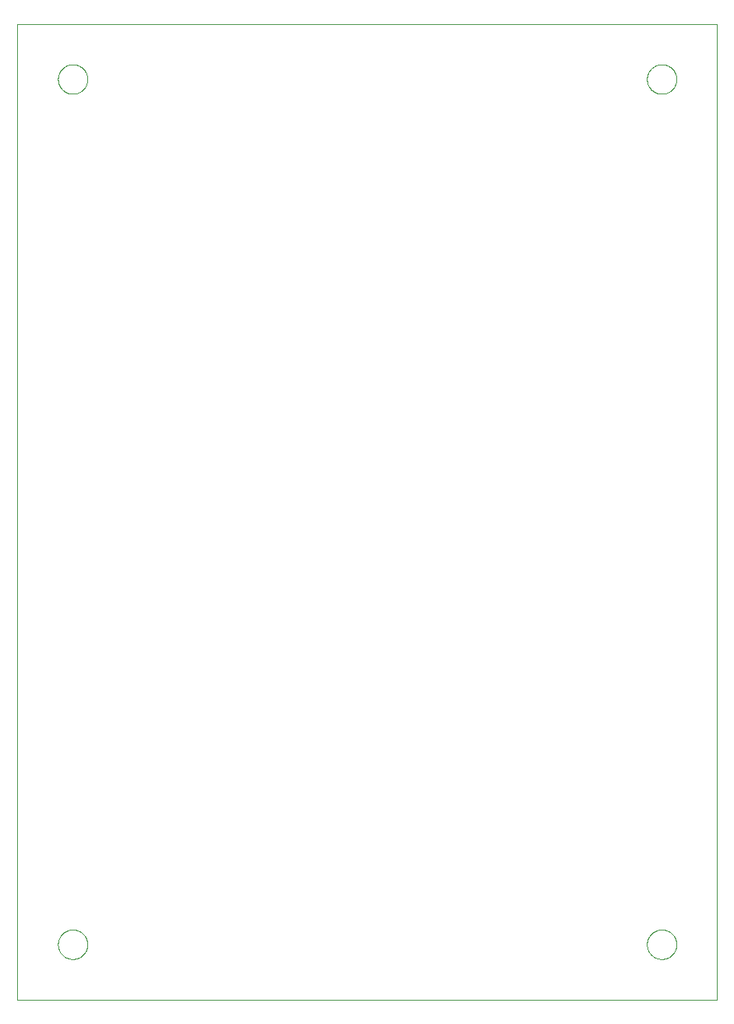
<source format=gtp>
From 51b01522af86c36a5edf33779d5fe3c2b8273b70 Mon Sep 17 00:00:00 2001
From: kb0iic <kb0iic@berzerkula.org>
Date: Fri, 22 Jun 2018 21:01:53 -0500
Subject: Update Large digit boards with dimensions, unused pins and packages.

---
 eagle/5x7 Display/5x7_LARGE_DIGIT0_6952.GTP | 1021 +++++++++++++++++++++++++++
 1 file changed, 1021 insertions(+)
 create mode 100644 eagle/5x7 Display/5x7_LARGE_DIGIT0_6952.GTP

(limited to 'eagle/5x7 Display/5x7_LARGE_DIGIT0_6952.GTP')

diff --git a/eagle/5x7 Display/5x7_LARGE_DIGIT0_6952.GTP b/eagle/5x7 Display/5x7_LARGE_DIGIT0_6952.GTP
new file mode 100644
index 0000000..c702098
--- /dev/null
+++ b/eagle/5x7 Display/5x7_LARGE_DIGIT0_6952.GTP	
@@ -0,0 +1,1021 @@
+G75*
+%MOIN*%
+%OFA0B0*%
+%FSLAX25Y25*%
+%IPPOS*%
+%LPD*%
+%AMOC8*
+5,1,8,0,0,1.08239X$1,22.5*
+%
+%ADD10C,0.00000*%
+D10*
+X0032796Y0017048D02*
+X0032796Y0434371D01*
+X0332009Y0434371D01*
+X0332009Y0017048D01*
+X0032796Y0017048D01*
+X0050119Y0040670D02*
+X0050121Y0040828D01*
+X0050127Y0040986D01*
+X0050137Y0041144D01*
+X0050151Y0041302D01*
+X0050169Y0041459D01*
+X0050190Y0041616D01*
+X0050216Y0041772D01*
+X0050246Y0041928D01*
+X0050279Y0042083D01*
+X0050317Y0042236D01*
+X0050358Y0042389D01*
+X0050403Y0042541D01*
+X0050452Y0042692D01*
+X0050505Y0042841D01*
+X0050561Y0042989D01*
+X0050621Y0043135D01*
+X0050685Y0043280D01*
+X0050753Y0043423D01*
+X0050824Y0043565D01*
+X0050898Y0043705D01*
+X0050976Y0043842D01*
+X0051058Y0043978D01*
+X0051142Y0044112D01*
+X0051231Y0044243D01*
+X0051322Y0044372D01*
+X0051417Y0044499D01*
+X0051514Y0044624D01*
+X0051615Y0044746D01*
+X0051719Y0044865D01*
+X0051826Y0044982D01*
+X0051936Y0045096D01*
+X0052049Y0045207D01*
+X0052164Y0045316D01*
+X0052282Y0045421D01*
+X0052403Y0045523D01*
+X0052526Y0045623D01*
+X0052652Y0045719D01*
+X0052780Y0045812D01*
+X0052910Y0045902D01*
+X0053043Y0045988D01*
+X0053178Y0046072D01*
+X0053314Y0046151D01*
+X0053453Y0046228D01*
+X0053594Y0046300D01*
+X0053736Y0046370D01*
+X0053880Y0046435D01*
+X0054026Y0046497D01*
+X0054173Y0046555D01*
+X0054322Y0046610D01*
+X0054472Y0046661D01*
+X0054623Y0046708D01*
+X0054775Y0046751D01*
+X0054928Y0046790D01*
+X0055083Y0046826D01*
+X0055238Y0046857D01*
+X0055394Y0046885D01*
+X0055550Y0046909D01*
+X0055707Y0046929D01*
+X0055865Y0046945D01*
+X0056022Y0046957D01*
+X0056181Y0046965D01*
+X0056339Y0046969D01*
+X0056497Y0046969D01*
+X0056655Y0046965D01*
+X0056814Y0046957D01*
+X0056971Y0046945D01*
+X0057129Y0046929D01*
+X0057286Y0046909D01*
+X0057442Y0046885D01*
+X0057598Y0046857D01*
+X0057753Y0046826D01*
+X0057908Y0046790D01*
+X0058061Y0046751D01*
+X0058213Y0046708D01*
+X0058364Y0046661D01*
+X0058514Y0046610D01*
+X0058663Y0046555D01*
+X0058810Y0046497D01*
+X0058956Y0046435D01*
+X0059100Y0046370D01*
+X0059242Y0046300D01*
+X0059383Y0046228D01*
+X0059522Y0046151D01*
+X0059658Y0046072D01*
+X0059793Y0045988D01*
+X0059926Y0045902D01*
+X0060056Y0045812D01*
+X0060184Y0045719D01*
+X0060310Y0045623D01*
+X0060433Y0045523D01*
+X0060554Y0045421D01*
+X0060672Y0045316D01*
+X0060787Y0045207D01*
+X0060900Y0045096D01*
+X0061010Y0044982D01*
+X0061117Y0044865D01*
+X0061221Y0044746D01*
+X0061322Y0044624D01*
+X0061419Y0044499D01*
+X0061514Y0044372D01*
+X0061605Y0044243D01*
+X0061694Y0044112D01*
+X0061778Y0043978D01*
+X0061860Y0043842D01*
+X0061938Y0043705D01*
+X0062012Y0043565D01*
+X0062083Y0043423D01*
+X0062151Y0043280D01*
+X0062215Y0043135D01*
+X0062275Y0042989D01*
+X0062331Y0042841D01*
+X0062384Y0042692D01*
+X0062433Y0042541D01*
+X0062478Y0042389D01*
+X0062519Y0042236D01*
+X0062557Y0042083D01*
+X0062590Y0041928D01*
+X0062620Y0041772D01*
+X0062646Y0041616D01*
+X0062667Y0041459D01*
+X0062685Y0041302D01*
+X0062699Y0041144D01*
+X0062709Y0040986D01*
+X0062715Y0040828D01*
+X0062717Y0040670D01*
+X0062715Y0040512D01*
+X0062709Y0040354D01*
+X0062699Y0040196D01*
+X0062685Y0040038D01*
+X0062667Y0039881D01*
+X0062646Y0039724D01*
+X0062620Y0039568D01*
+X0062590Y0039412D01*
+X0062557Y0039257D01*
+X0062519Y0039104D01*
+X0062478Y0038951D01*
+X0062433Y0038799D01*
+X0062384Y0038648D01*
+X0062331Y0038499D01*
+X0062275Y0038351D01*
+X0062215Y0038205D01*
+X0062151Y0038060D01*
+X0062083Y0037917D01*
+X0062012Y0037775D01*
+X0061938Y0037635D01*
+X0061860Y0037498D01*
+X0061778Y0037362D01*
+X0061694Y0037228D01*
+X0061605Y0037097D01*
+X0061514Y0036968D01*
+X0061419Y0036841D01*
+X0061322Y0036716D01*
+X0061221Y0036594D01*
+X0061117Y0036475D01*
+X0061010Y0036358D01*
+X0060900Y0036244D01*
+X0060787Y0036133D01*
+X0060672Y0036024D01*
+X0060554Y0035919D01*
+X0060433Y0035817D01*
+X0060310Y0035717D01*
+X0060184Y0035621D01*
+X0060056Y0035528D01*
+X0059926Y0035438D01*
+X0059793Y0035352D01*
+X0059658Y0035268D01*
+X0059522Y0035189D01*
+X0059383Y0035112D01*
+X0059242Y0035040D01*
+X0059100Y0034970D01*
+X0058956Y0034905D01*
+X0058810Y0034843D01*
+X0058663Y0034785D01*
+X0058514Y0034730D01*
+X0058364Y0034679D01*
+X0058213Y0034632D01*
+X0058061Y0034589D01*
+X0057908Y0034550D01*
+X0057753Y0034514D01*
+X0057598Y0034483D01*
+X0057442Y0034455D01*
+X0057286Y0034431D01*
+X0057129Y0034411D01*
+X0056971Y0034395D01*
+X0056814Y0034383D01*
+X0056655Y0034375D01*
+X0056497Y0034371D01*
+X0056339Y0034371D01*
+X0056181Y0034375D01*
+X0056022Y0034383D01*
+X0055865Y0034395D01*
+X0055707Y0034411D01*
+X0055550Y0034431D01*
+X0055394Y0034455D01*
+X0055238Y0034483D01*
+X0055083Y0034514D01*
+X0054928Y0034550D01*
+X0054775Y0034589D01*
+X0054623Y0034632D01*
+X0054472Y0034679D01*
+X0054322Y0034730D01*
+X0054173Y0034785D01*
+X0054026Y0034843D01*
+X0053880Y0034905D01*
+X0053736Y0034970D01*
+X0053594Y0035040D01*
+X0053453Y0035112D01*
+X0053314Y0035189D01*
+X0053178Y0035268D01*
+X0053043Y0035352D01*
+X0052910Y0035438D01*
+X0052780Y0035528D01*
+X0052652Y0035621D01*
+X0052526Y0035717D01*
+X0052403Y0035817D01*
+X0052282Y0035919D01*
+X0052164Y0036024D01*
+X0052049Y0036133D01*
+X0051936Y0036244D01*
+X0051826Y0036358D01*
+X0051719Y0036475D01*
+X0051615Y0036594D01*
+X0051514Y0036716D01*
+X0051417Y0036841D01*
+X0051322Y0036968D01*
+X0051231Y0037097D01*
+X0051142Y0037228D01*
+X0051058Y0037362D01*
+X0050976Y0037498D01*
+X0050898Y0037635D01*
+X0050824Y0037775D01*
+X0050753Y0037917D01*
+X0050685Y0038060D01*
+X0050621Y0038205D01*
+X0050561Y0038351D01*
+X0050505Y0038499D01*
+X0050452Y0038648D01*
+X0050403Y0038799D01*
+X0050358Y0038951D01*
+X0050317Y0039104D01*
+X0050279Y0039257D01*
+X0050246Y0039412D01*
+X0050216Y0039568D01*
+X0050190Y0039724D01*
+X0050169Y0039881D01*
+X0050151Y0040038D01*
+X0050137Y0040196D01*
+X0050127Y0040354D01*
+X0050121Y0040512D01*
+X0050119Y0040670D01*
+X0302088Y0040670D02*
+X0302090Y0040828D01*
+X0302096Y0040986D01*
+X0302106Y0041144D01*
+X0302120Y0041302D01*
+X0302138Y0041459D01*
+X0302159Y0041616D01*
+X0302185Y0041772D01*
+X0302215Y0041928D01*
+X0302248Y0042083D01*
+X0302286Y0042236D01*
+X0302327Y0042389D01*
+X0302372Y0042541D01*
+X0302421Y0042692D01*
+X0302474Y0042841D01*
+X0302530Y0042989D01*
+X0302590Y0043135D01*
+X0302654Y0043280D01*
+X0302722Y0043423D01*
+X0302793Y0043565D01*
+X0302867Y0043705D01*
+X0302945Y0043842D01*
+X0303027Y0043978D01*
+X0303111Y0044112D01*
+X0303200Y0044243D01*
+X0303291Y0044372D01*
+X0303386Y0044499D01*
+X0303483Y0044624D01*
+X0303584Y0044746D01*
+X0303688Y0044865D01*
+X0303795Y0044982D01*
+X0303905Y0045096D01*
+X0304018Y0045207D01*
+X0304133Y0045316D01*
+X0304251Y0045421D01*
+X0304372Y0045523D01*
+X0304495Y0045623D01*
+X0304621Y0045719D01*
+X0304749Y0045812D01*
+X0304879Y0045902D01*
+X0305012Y0045988D01*
+X0305147Y0046072D01*
+X0305283Y0046151D01*
+X0305422Y0046228D01*
+X0305563Y0046300D01*
+X0305705Y0046370D01*
+X0305849Y0046435D01*
+X0305995Y0046497D01*
+X0306142Y0046555D01*
+X0306291Y0046610D01*
+X0306441Y0046661D01*
+X0306592Y0046708D01*
+X0306744Y0046751D01*
+X0306897Y0046790D01*
+X0307052Y0046826D01*
+X0307207Y0046857D01*
+X0307363Y0046885D01*
+X0307519Y0046909D01*
+X0307676Y0046929D01*
+X0307834Y0046945D01*
+X0307991Y0046957D01*
+X0308150Y0046965D01*
+X0308308Y0046969D01*
+X0308466Y0046969D01*
+X0308624Y0046965D01*
+X0308783Y0046957D01*
+X0308940Y0046945D01*
+X0309098Y0046929D01*
+X0309255Y0046909D01*
+X0309411Y0046885D01*
+X0309567Y0046857D01*
+X0309722Y0046826D01*
+X0309877Y0046790D01*
+X0310030Y0046751D01*
+X0310182Y0046708D01*
+X0310333Y0046661D01*
+X0310483Y0046610D01*
+X0310632Y0046555D01*
+X0310779Y0046497D01*
+X0310925Y0046435D01*
+X0311069Y0046370D01*
+X0311211Y0046300D01*
+X0311352Y0046228D01*
+X0311491Y0046151D01*
+X0311627Y0046072D01*
+X0311762Y0045988D01*
+X0311895Y0045902D01*
+X0312025Y0045812D01*
+X0312153Y0045719D01*
+X0312279Y0045623D01*
+X0312402Y0045523D01*
+X0312523Y0045421D01*
+X0312641Y0045316D01*
+X0312756Y0045207D01*
+X0312869Y0045096D01*
+X0312979Y0044982D01*
+X0313086Y0044865D01*
+X0313190Y0044746D01*
+X0313291Y0044624D01*
+X0313388Y0044499D01*
+X0313483Y0044372D01*
+X0313574Y0044243D01*
+X0313663Y0044112D01*
+X0313747Y0043978D01*
+X0313829Y0043842D01*
+X0313907Y0043705D01*
+X0313981Y0043565D01*
+X0314052Y0043423D01*
+X0314120Y0043280D01*
+X0314184Y0043135D01*
+X0314244Y0042989D01*
+X0314300Y0042841D01*
+X0314353Y0042692D01*
+X0314402Y0042541D01*
+X0314447Y0042389D01*
+X0314488Y0042236D01*
+X0314526Y0042083D01*
+X0314559Y0041928D01*
+X0314589Y0041772D01*
+X0314615Y0041616D01*
+X0314636Y0041459D01*
+X0314654Y0041302D01*
+X0314668Y0041144D01*
+X0314678Y0040986D01*
+X0314684Y0040828D01*
+X0314686Y0040670D01*
+X0314684Y0040512D01*
+X0314678Y0040354D01*
+X0314668Y0040196D01*
+X0314654Y0040038D01*
+X0314636Y0039881D01*
+X0314615Y0039724D01*
+X0314589Y0039568D01*
+X0314559Y0039412D01*
+X0314526Y0039257D01*
+X0314488Y0039104D01*
+X0314447Y0038951D01*
+X0314402Y0038799D01*
+X0314353Y0038648D01*
+X0314300Y0038499D01*
+X0314244Y0038351D01*
+X0314184Y0038205D01*
+X0314120Y0038060D01*
+X0314052Y0037917D01*
+X0313981Y0037775D01*
+X0313907Y0037635D01*
+X0313829Y0037498D01*
+X0313747Y0037362D01*
+X0313663Y0037228D01*
+X0313574Y0037097D01*
+X0313483Y0036968D01*
+X0313388Y0036841D01*
+X0313291Y0036716D01*
+X0313190Y0036594D01*
+X0313086Y0036475D01*
+X0312979Y0036358D01*
+X0312869Y0036244D01*
+X0312756Y0036133D01*
+X0312641Y0036024D01*
+X0312523Y0035919D01*
+X0312402Y0035817D01*
+X0312279Y0035717D01*
+X0312153Y0035621D01*
+X0312025Y0035528D01*
+X0311895Y0035438D01*
+X0311762Y0035352D01*
+X0311627Y0035268D01*
+X0311491Y0035189D01*
+X0311352Y0035112D01*
+X0311211Y0035040D01*
+X0311069Y0034970D01*
+X0310925Y0034905D01*
+X0310779Y0034843D01*
+X0310632Y0034785D01*
+X0310483Y0034730D01*
+X0310333Y0034679D01*
+X0310182Y0034632D01*
+X0310030Y0034589D01*
+X0309877Y0034550D01*
+X0309722Y0034514D01*
+X0309567Y0034483D01*
+X0309411Y0034455D01*
+X0309255Y0034431D01*
+X0309098Y0034411D01*
+X0308940Y0034395D01*
+X0308783Y0034383D01*
+X0308624Y0034375D01*
+X0308466Y0034371D01*
+X0308308Y0034371D01*
+X0308150Y0034375D01*
+X0307991Y0034383D01*
+X0307834Y0034395D01*
+X0307676Y0034411D01*
+X0307519Y0034431D01*
+X0307363Y0034455D01*
+X0307207Y0034483D01*
+X0307052Y0034514D01*
+X0306897Y0034550D01*
+X0306744Y0034589D01*
+X0306592Y0034632D01*
+X0306441Y0034679D01*
+X0306291Y0034730D01*
+X0306142Y0034785D01*
+X0305995Y0034843D01*
+X0305849Y0034905D01*
+X0305705Y0034970D01*
+X0305563Y0035040D01*
+X0305422Y0035112D01*
+X0305283Y0035189D01*
+X0305147Y0035268D01*
+X0305012Y0035352D01*
+X0304879Y0035438D01*
+X0304749Y0035528D01*
+X0304621Y0035621D01*
+X0304495Y0035717D01*
+X0304372Y0035817D01*
+X0304251Y0035919D01*
+X0304133Y0036024D01*
+X0304018Y0036133D01*
+X0303905Y0036244D01*
+X0303795Y0036358D01*
+X0303688Y0036475D01*
+X0303584Y0036594D01*
+X0303483Y0036716D01*
+X0303386Y0036841D01*
+X0303291Y0036968D01*
+X0303200Y0037097D01*
+X0303111Y0037228D01*
+X0303027Y0037362D01*
+X0302945Y0037498D01*
+X0302867Y0037635D01*
+X0302793Y0037775D01*
+X0302722Y0037917D01*
+X0302654Y0038060D01*
+X0302590Y0038205D01*
+X0302530Y0038351D01*
+X0302474Y0038499D01*
+X0302421Y0038648D01*
+X0302372Y0038799D01*
+X0302327Y0038951D01*
+X0302286Y0039104D01*
+X0302248Y0039257D01*
+X0302215Y0039412D01*
+X0302185Y0039568D01*
+X0302159Y0039724D01*
+X0302138Y0039881D01*
+X0302120Y0040038D01*
+X0302106Y0040196D01*
+X0302096Y0040354D01*
+X0302090Y0040512D01*
+X0302088Y0040670D01*
+X0302088Y0410749D02*
+X0302090Y0410907D01*
+X0302096Y0411065D01*
+X0302106Y0411223D01*
+X0302120Y0411381D01*
+X0302138Y0411538D01*
+X0302159Y0411695D01*
+X0302185Y0411851D01*
+X0302215Y0412007D01*
+X0302248Y0412162D01*
+X0302286Y0412315D01*
+X0302327Y0412468D01*
+X0302372Y0412620D01*
+X0302421Y0412771D01*
+X0302474Y0412920D01*
+X0302530Y0413068D01*
+X0302590Y0413214D01*
+X0302654Y0413359D01*
+X0302722Y0413502D01*
+X0302793Y0413644D01*
+X0302867Y0413784D01*
+X0302945Y0413921D01*
+X0303027Y0414057D01*
+X0303111Y0414191D01*
+X0303200Y0414322D01*
+X0303291Y0414451D01*
+X0303386Y0414578D01*
+X0303483Y0414703D01*
+X0303584Y0414825D01*
+X0303688Y0414944D01*
+X0303795Y0415061D01*
+X0303905Y0415175D01*
+X0304018Y0415286D01*
+X0304133Y0415395D01*
+X0304251Y0415500D01*
+X0304372Y0415602D01*
+X0304495Y0415702D01*
+X0304621Y0415798D01*
+X0304749Y0415891D01*
+X0304879Y0415981D01*
+X0305012Y0416067D01*
+X0305147Y0416151D01*
+X0305283Y0416230D01*
+X0305422Y0416307D01*
+X0305563Y0416379D01*
+X0305705Y0416449D01*
+X0305849Y0416514D01*
+X0305995Y0416576D01*
+X0306142Y0416634D01*
+X0306291Y0416689D01*
+X0306441Y0416740D01*
+X0306592Y0416787D01*
+X0306744Y0416830D01*
+X0306897Y0416869D01*
+X0307052Y0416905D01*
+X0307207Y0416936D01*
+X0307363Y0416964D01*
+X0307519Y0416988D01*
+X0307676Y0417008D01*
+X0307834Y0417024D01*
+X0307991Y0417036D01*
+X0308150Y0417044D01*
+X0308308Y0417048D01*
+X0308466Y0417048D01*
+X0308624Y0417044D01*
+X0308783Y0417036D01*
+X0308940Y0417024D01*
+X0309098Y0417008D01*
+X0309255Y0416988D01*
+X0309411Y0416964D01*
+X0309567Y0416936D01*
+X0309722Y0416905D01*
+X0309877Y0416869D01*
+X0310030Y0416830D01*
+X0310182Y0416787D01*
+X0310333Y0416740D01*
+X0310483Y0416689D01*
+X0310632Y0416634D01*
+X0310779Y0416576D01*
+X0310925Y0416514D01*
+X0311069Y0416449D01*
+X0311211Y0416379D01*
+X0311352Y0416307D01*
+X0311491Y0416230D01*
+X0311627Y0416151D01*
+X0311762Y0416067D01*
+X0311895Y0415981D01*
+X0312025Y0415891D01*
+X0312153Y0415798D01*
+X0312279Y0415702D01*
+X0312402Y0415602D01*
+X0312523Y0415500D01*
+X0312641Y0415395D01*
+X0312756Y0415286D01*
+X0312869Y0415175D01*
+X0312979Y0415061D01*
+X0313086Y0414944D01*
+X0313190Y0414825D01*
+X0313291Y0414703D01*
+X0313388Y0414578D01*
+X0313483Y0414451D01*
+X0313574Y0414322D01*
+X0313663Y0414191D01*
+X0313747Y0414057D01*
+X0313829Y0413921D01*
+X0313907Y0413784D01*
+X0313981Y0413644D01*
+X0314052Y0413502D01*
+X0314120Y0413359D01*
+X0314184Y0413214D01*
+X0314244Y0413068D01*
+X0314300Y0412920D01*
+X0314353Y0412771D01*
+X0314402Y0412620D01*
+X0314447Y0412468D01*
+X0314488Y0412315D01*
+X0314526Y0412162D01*
+X0314559Y0412007D01*
+X0314589Y0411851D01*
+X0314615Y0411695D01*
+X0314636Y0411538D01*
+X0314654Y0411381D01*
+X0314668Y0411223D01*
+X0314678Y0411065D01*
+X0314684Y0410907D01*
+X0314686Y0410749D01*
+X0314684Y0410591D01*
+X0314678Y0410433D01*
+X0314668Y0410275D01*
+X0314654Y0410117D01*
+X0314636Y0409960D01*
+X0314615Y0409803D01*
+X0314589Y0409647D01*
+X0314559Y0409491D01*
+X0314526Y0409336D01*
+X0314488Y0409183D01*
+X0314447Y0409030D01*
+X0314402Y0408878D01*
+X0314353Y0408727D01*
+X0314300Y0408578D01*
+X0314244Y0408430D01*
+X0314184Y0408284D01*
+X0314120Y0408139D01*
+X0314052Y0407996D01*
+X0313981Y0407854D01*
+X0313907Y0407714D01*
+X0313829Y0407577D01*
+X0313747Y0407441D01*
+X0313663Y0407307D01*
+X0313574Y0407176D01*
+X0313483Y0407047D01*
+X0313388Y0406920D01*
+X0313291Y0406795D01*
+X0313190Y0406673D01*
+X0313086Y0406554D01*
+X0312979Y0406437D01*
+X0312869Y0406323D01*
+X0312756Y0406212D01*
+X0312641Y0406103D01*
+X0312523Y0405998D01*
+X0312402Y0405896D01*
+X0312279Y0405796D01*
+X0312153Y0405700D01*
+X0312025Y0405607D01*
+X0311895Y0405517D01*
+X0311762Y0405431D01*
+X0311627Y0405347D01*
+X0311491Y0405268D01*
+X0311352Y0405191D01*
+X0311211Y0405119D01*
+X0311069Y0405049D01*
+X0310925Y0404984D01*
+X0310779Y0404922D01*
+X0310632Y0404864D01*
+X0310483Y0404809D01*
+X0310333Y0404758D01*
+X0310182Y0404711D01*
+X0310030Y0404668D01*
+X0309877Y0404629D01*
+X0309722Y0404593D01*
+X0309567Y0404562D01*
+X0309411Y0404534D01*
+X0309255Y0404510D01*
+X0309098Y0404490D01*
+X0308940Y0404474D01*
+X0308783Y0404462D01*
+X0308624Y0404454D01*
+X0308466Y0404450D01*
+X0308308Y0404450D01*
+X0308150Y0404454D01*
+X0307991Y0404462D01*
+X0307834Y0404474D01*
+X0307676Y0404490D01*
+X0307519Y0404510D01*
+X0307363Y0404534D01*
+X0307207Y0404562D01*
+X0307052Y0404593D01*
+X0306897Y0404629D01*
+X0306744Y0404668D01*
+X0306592Y0404711D01*
+X0306441Y0404758D01*
+X0306291Y0404809D01*
+X0306142Y0404864D01*
+X0305995Y0404922D01*
+X0305849Y0404984D01*
+X0305705Y0405049D01*
+X0305563Y0405119D01*
+X0305422Y0405191D01*
+X0305283Y0405268D01*
+X0305147Y0405347D01*
+X0305012Y0405431D01*
+X0304879Y0405517D01*
+X0304749Y0405607D01*
+X0304621Y0405700D01*
+X0304495Y0405796D01*
+X0304372Y0405896D01*
+X0304251Y0405998D01*
+X0304133Y0406103D01*
+X0304018Y0406212D01*
+X0303905Y0406323D01*
+X0303795Y0406437D01*
+X0303688Y0406554D01*
+X0303584Y0406673D01*
+X0303483Y0406795D01*
+X0303386Y0406920D01*
+X0303291Y0407047D01*
+X0303200Y0407176D01*
+X0303111Y0407307D01*
+X0303027Y0407441D01*
+X0302945Y0407577D01*
+X0302867Y0407714D01*
+X0302793Y0407854D01*
+X0302722Y0407996D01*
+X0302654Y0408139D01*
+X0302590Y0408284D01*
+X0302530Y0408430D01*
+X0302474Y0408578D01*
+X0302421Y0408727D01*
+X0302372Y0408878D01*
+X0302327Y0409030D01*
+X0302286Y0409183D01*
+X0302248Y0409336D01*
+X0302215Y0409491D01*
+X0302185Y0409647D01*
+X0302159Y0409803D01*
+X0302138Y0409960D01*
+X0302120Y0410117D01*
+X0302106Y0410275D01*
+X0302096Y0410433D01*
+X0302090Y0410591D01*
+X0302088Y0410749D01*
+X0050119Y0410749D02*
+X0050121Y0410907D01*
+X0050127Y0411065D01*
+X0050137Y0411223D01*
+X0050151Y0411381D01*
+X0050169Y0411538D01*
+X0050190Y0411695D01*
+X0050216Y0411851D01*
+X0050246Y0412007D01*
+X0050279Y0412162D01*
+X0050317Y0412315D01*
+X0050358Y0412468D01*
+X0050403Y0412620D01*
+X0050452Y0412771D01*
+X0050505Y0412920D01*
+X0050561Y0413068D01*
+X0050621Y0413214D01*
+X0050685Y0413359D01*
+X0050753Y0413502D01*
+X0050824Y0413644D01*
+X0050898Y0413784D01*
+X0050976Y0413921D01*
+X0051058Y0414057D01*
+X0051142Y0414191D01*
+X0051231Y0414322D01*
+X0051322Y0414451D01*
+X0051417Y0414578D01*
+X0051514Y0414703D01*
+X0051615Y0414825D01*
+X0051719Y0414944D01*
+X0051826Y0415061D01*
+X0051936Y0415175D01*
+X0052049Y0415286D01*
+X0052164Y0415395D01*
+X0052282Y0415500D01*
+X0052403Y0415602D01*
+X0052526Y0415702D01*
+X0052652Y0415798D01*
+X0052780Y0415891D01*
+X0052910Y0415981D01*
+X0053043Y0416067D01*
+X0053178Y0416151D01*
+X0053314Y0416230D01*
+X0053453Y0416307D01*
+X0053594Y0416379D01*
+X0053736Y0416449D01*
+X0053880Y0416514D01*
+X0054026Y0416576D01*
+X0054173Y0416634D01*
+X0054322Y0416689D01*
+X0054472Y0416740D01*
+X0054623Y0416787D01*
+X0054775Y0416830D01*
+X0054928Y0416869D01*
+X0055083Y0416905D01*
+X0055238Y0416936D01*
+X0055394Y0416964D01*
+X0055550Y0416988D01*
+X0055707Y0417008D01*
+X0055865Y0417024D01*
+X0056022Y0417036D01*
+X0056181Y0417044D01*
+X0056339Y0417048D01*
+X0056497Y0417048D01*
+X0056655Y0417044D01*
+X0056814Y0417036D01*
+X0056971Y0417024D01*
+X0057129Y0417008D01*
+X0057286Y0416988D01*
+X0057442Y0416964D01*
+X0057598Y0416936D01*
+X0057753Y0416905D01*
+X0057908Y0416869D01*
+X0058061Y0416830D01*
+X0058213Y0416787D01*
+X0058364Y0416740D01*
+X0058514Y0416689D01*
+X0058663Y0416634D01*
+X0058810Y0416576D01*
+X0058956Y0416514D01*
+X0059100Y0416449D01*
+X0059242Y0416379D01*
+X0059383Y0416307D01*
+X0059522Y0416230D01*
+X0059658Y0416151D01*
+X0059793Y0416067D01*
+X0059926Y0415981D01*
+X0060056Y0415891D01*
+X0060184Y0415798D01*
+X0060310Y0415702D01*
+X0060433Y0415602D01*
+X0060554Y0415500D01*
+X0060672Y0415395D01*
+X0060787Y0415286D01*
+X0060900Y0415175D01*
+X0061010Y0415061D01*
+X0061117Y0414944D01*
+X0061221Y0414825D01*
+X0061322Y0414703D01*
+X0061419Y0414578D01*
+X0061514Y0414451D01*
+X0061605Y0414322D01*
+X0061694Y0414191D01*
+X0061778Y0414057D01*
+X0061860Y0413921D01*
+X0061938Y0413784D01*
+X0062012Y0413644D01*
+X0062083Y0413502D01*
+X0062151Y0413359D01*
+X0062215Y0413214D01*
+X0062275Y0413068D01*
+X0062331Y0412920D01*
+X0062384Y0412771D01*
+X0062433Y0412620D01*
+X0062478Y0412468D01*
+X0062519Y0412315D01*
+X0062557Y0412162D01*
+X0062590Y0412007D01*
+X0062620Y0411851D01*
+X0062646Y0411695D01*
+X0062667Y0411538D01*
+X0062685Y0411381D01*
+X0062699Y0411223D01*
+X0062709Y0411065D01*
+X0062715Y0410907D01*
+X0062717Y0410749D01*
+X0062715Y0410591D01*
+X0062709Y0410433D01*
+X0062699Y0410275D01*
+X0062685Y0410117D01*
+X0062667Y0409960D01*
+X0062646Y0409803D01*
+X0062620Y0409647D01*
+X0062590Y0409491D01*
+X0062557Y0409336D01*
+X0062519Y0409183D01*
+X0062478Y0409030D01*
+X0062433Y0408878D01*
+X0062384Y0408727D01*
+X0062331Y0408578D01*
+X0062275Y0408430D01*
+X0062215Y0408284D01*
+X0062151Y0408139D01*
+X0062083Y0407996D01*
+X0062012Y0407854D01*
+X0061938Y0407714D01*
+X0061860Y0407577D01*
+X0061778Y0407441D01*
+X0061694Y0407307D01*
+X0061605Y0407176D01*
+X0061514Y0407047D01*
+X0061419Y0406920D01*
+X0061322Y0406795D01*
+X0061221Y0406673D01*
+X0061117Y0406554D01*
+X0061010Y0406437D01*
+X0060900Y0406323D01*
+X0060787Y0406212D01*
+X0060672Y0406103D01*
+X0060554Y0405998D01*
+X0060433Y0405896D01*
+X0060310Y0405796D01*
+X0060184Y0405700D01*
+X0060056Y0405607D01*
+X0059926Y0405517D01*
+X0059793Y0405431D01*
+X0059658Y0405347D01*
+X0059522Y0405268D01*
+X0059383Y0405191D01*
+X0059242Y0405119D01*
+X0059100Y0405049D01*
+X0058956Y0404984D01*
+X0058810Y0404922D01*
+X0058663Y0404864D01*
+X0058514Y0404809D01*
+X0058364Y0404758D01*
+X0058213Y0404711D01*
+X0058061Y0404668D01*
+X0057908Y0404629D01*
+X0057753Y0404593D01*
+X0057598Y0404562D01*
+X0057442Y0404534D01*
+X0057286Y0404510D01*
+X0057129Y0404490D01*
+X0056971Y0404474D01*
+X0056814Y0404462D01*
+X0056655Y0404454D01*
+X0056497Y0404450D01*
+X0056339Y0404450D01*
+X0056181Y0404454D01*
+X0056022Y0404462D01*
+X0055865Y0404474D01*
+X0055707Y0404490D01*
+X0055550Y0404510D01*
+X0055394Y0404534D01*
+X0055238Y0404562D01*
+X0055083Y0404593D01*
+X0054928Y0404629D01*
+X0054775Y0404668D01*
+X0054623Y0404711D01*
+X0054472Y0404758D01*
+X0054322Y0404809D01*
+X0054173Y0404864D01*
+X0054026Y0404922D01*
+X0053880Y0404984D01*
+X0053736Y0405049D01*
+X0053594Y0405119D01*
+X0053453Y0405191D01*
+X0053314Y0405268D01*
+X0053178Y0405347D01*
+X0053043Y0405431D01*
+X0052910Y0405517D01*
+X0052780Y0405607D01*
+X0052652Y0405700D01*
+X0052526Y0405796D01*
+X0052403Y0405896D01*
+X0052282Y0405998D01*
+X0052164Y0406103D01*
+X0052049Y0406212D01*
+X0051936Y0406323D01*
+X0051826Y0406437D01*
+X0051719Y0406554D01*
+X0051615Y0406673D01*
+X0051514Y0406795D01*
+X0051417Y0406920D01*
+X0051322Y0407047D01*
+X0051231Y0407176D01*
+X0051142Y0407307D01*
+X0051058Y0407441D01*
+X0050976Y0407577D01*
+X0050898Y0407714D01*
+X0050824Y0407854D01*
+X0050753Y0407996D01*
+X0050685Y0408139D01*
+X0050621Y0408284D01*
+X0050561Y0408430D01*
+X0050505Y0408578D01*
+X0050452Y0408727D01*
+X0050403Y0408878D01*
+X0050358Y0409030D01*
+X0050317Y0409183D01*
+X0050279Y0409336D01*
+X0050246Y0409491D01*
+X0050216Y0409647D01*
+X0050190Y0409803D01*
+X0050169Y0409960D01*
+X0050151Y0410117D01*
+X0050137Y0410275D01*
+X0050127Y0410433D01*
+X0050121Y0410591D01*
+X0050119Y0410749D01*
+M02*
-- 
cgit v1.2.3-54-g00ecf


</source>
